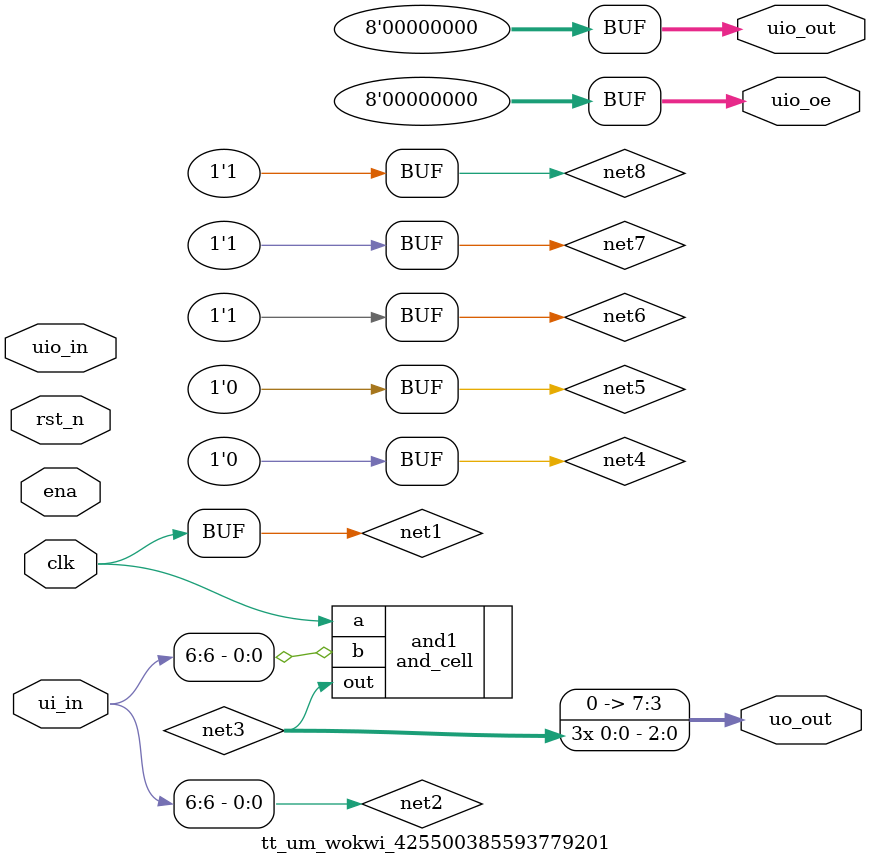
<source format=v>
/* Automatically generated from https://wokwi.com/projects/425500385593779201 */

`default_nettype none

// verilator lint_off UNUSEDSIGNAL
// verilator lint_off PINCONNECTEMPTY

module tt_um_wokwi_425500385593779201(
  input  wire [7:0] ui_in,    // Dedicated inputs
  output wire [7:0] uo_out,    // Dedicated outputs
  input  wire [7:0] uio_in,    // IOs: Input path
  output wire [7:0] uio_out,    // IOs: Output path
  output wire [7:0] uio_oe,    // IOs: Enable path (active high: 0=input, 1=output)
  input ena,
  input clk,
  input rst_n
);
  wire net1 = clk;
  wire net2 = ui_in[6];
  wire net3;
  wire net4 = 1'b0;
  wire net5 = 1'b0;
  wire net6 = 1'b1;
  wire net7 = 1'b1;
  wire net8 = 1'b1;

  assign uo_out[0] = net3;
  assign uo_out[1] = net3;
  assign uo_out[2] = net3;
  assign uo_out[3] = net4;
  assign uo_out[4] = net4;
  assign uo_out[5] = net4;
  assign uo_out[6] = net4;
  assign uo_out[7] = net4;
  assign uio_out[0] = 0;
  assign uio_oe[0] = 0;
  assign uio_out[1] = 0;
  assign uio_oe[1] = 0;
  assign uio_out[2] = 0;
  assign uio_oe[2] = 0;
  assign uio_out[3] = 0;
  assign uio_oe[3] = 0;
  assign uio_out[4] = 0;
  assign uio_oe[4] = 0;
  assign uio_out[5] = 0;
  assign uio_oe[5] = 0;
  assign uio_out[6] = 0;
  assign uio_oe[6] = 0;
  assign uio_out[7] = 0;
  assign uio_oe[7] = 0;

  and_cell and1 (
    .a (net1),
    .b (net2),
    .out (net3)
  );
endmodule

</source>
